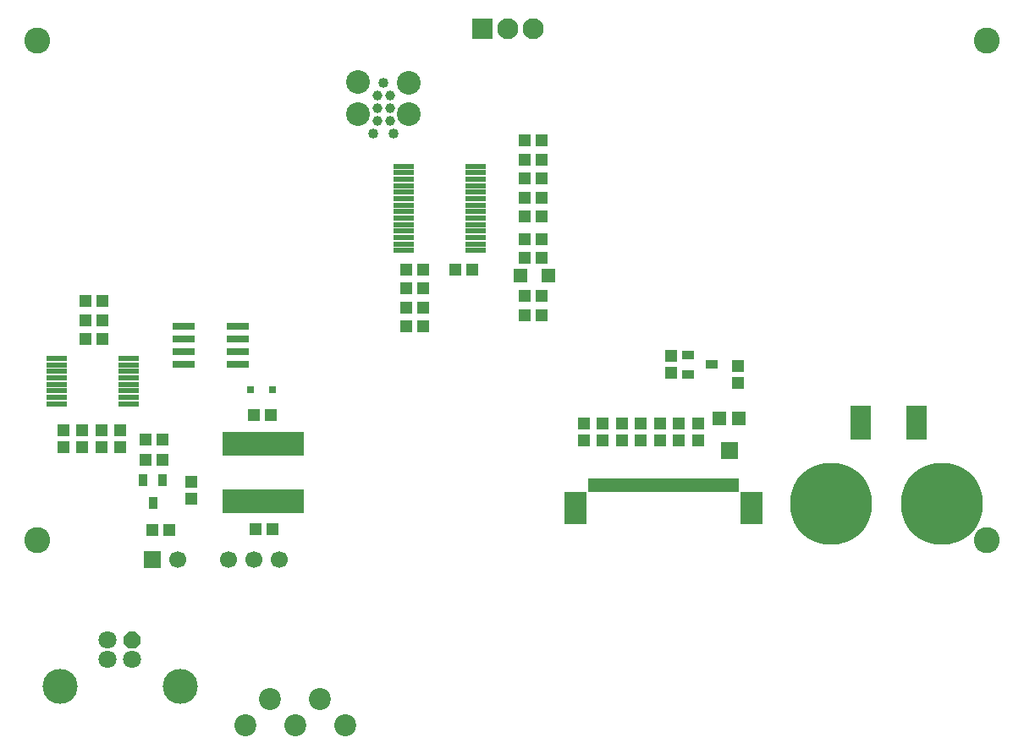
<source format=gts>
G04 DipTrace 2.3.1.0*
%INreloadpro_TopMask.gts*%
%MOIN*%
%ADD30R,0.0787X0.0236*%
%ADD51C,0.04*%
%ADD52C,0.0935*%
%ADD53C,0.1024*%
%ADD62C,0.0389*%
%ADD64R,0.0709X0.0669*%
%ADD66R,0.0551X0.0551*%
%ADD68C,0.0866*%
%ADD69C,0.0669*%
%ADD71R,0.0669X0.0669*%
%ADD73R,0.0866X0.126*%
%ADD75R,0.0197X0.0571*%
%ADD77R,0.0787X0.1339*%
%ADD79R,0.0492X0.0335*%
%ADD81C,0.0827*%
%ADD82R,0.0827X0.0827*%
%ADD83R,0.0335X0.0492*%
%ADD85R,0.3228X0.0945*%
%ADD87C,0.3228*%
%ADD89C,0.1378*%
%ADD91C,0.0709*%
%ADD93R,0.0866X0.0315*%
%ADD95R,0.0315X0.0315*%
%ADD97R,0.0512X0.0472*%
%ADD99R,0.0472X0.0512*%
%FSLAX44Y44*%
G04*
G70*
G90*
G75*
G01*
%LNTopMask*%
%LPD*%
D99*
X7437Y17437D3*
Y18106D3*
X6687Y17437D3*
Y18106D3*
D97*
X6812Y23187D3*
X7481D3*
X6812Y22437D3*
X7481D3*
X6812Y21687D3*
X7481D3*
D99*
X10965Y16083D3*
Y15414D3*
D97*
X9449Y14173D3*
X10118D3*
X14107Y18687D3*
X13437D3*
X19437Y24437D3*
X20106D3*
X19437Y23687D3*
X20106D3*
X19437Y22937D3*
X20106D3*
X19437Y22187D3*
X20106D3*
X14187Y14187D3*
X13518D3*
X22062Y24437D3*
X21393D3*
D99*
X26437Y17687D3*
Y18356D3*
X27187Y17687D3*
Y18356D3*
X27937Y17687D3*
Y18356D3*
X28687Y17687D3*
Y18356D3*
X29437Y17687D3*
Y18356D3*
X30187Y17687D3*
Y18356D3*
X30937Y17687D3*
Y18356D3*
D95*
X14187Y19687D3*
X13321D3*
D30*
X5687Y20937D3*
Y20681D3*
Y20425D3*
Y20169D3*
Y19913D3*
Y19657D3*
Y19402D3*
Y19146D3*
X8522D3*
Y19402D3*
Y19657D3*
Y19913D3*
Y20169D3*
Y20425D3*
Y20681D3*
Y20937D3*
D93*
X10687Y22187D3*
Y21687D3*
Y21187D3*
Y20687D3*
X12813D3*
Y21187D3*
Y21687D3*
Y22187D3*
G36*
X8798Y9512D2*
X8525D1*
X8331Y9706D1*
Y9979D1*
X8525Y10173D1*
X8798D1*
X8992Y9979D1*
Y9706D1*
X8798Y9512D1*
G37*
D91*
X7677Y9843D3*
Y9055D3*
X8661D3*
D89*
X5799Y7988D3*
X10539D3*
D87*
X36187Y15187D3*
X40562D3*
D85*
X13815Y15315D3*
Y17559D3*
D83*
X9843Y16142D3*
X9094D3*
X9469Y15236D3*
D82*
X22437Y33937D3*
D81*
X23437D3*
X24437D3*
D79*
X30562Y21062D3*
Y20314D3*
X31468Y20688D3*
D99*
X5937Y17437D3*
Y18106D3*
X8187Y17437D3*
Y18106D3*
D97*
X9843Y17717D3*
X9173D3*
X9843Y16929D3*
X9173D3*
D77*
X39539Y18414D3*
X37335D3*
D97*
X24772Y26522D3*
X24102D3*
Y25647D3*
X24772D3*
Y24897D3*
X24102D3*
X24772Y29522D3*
X24102D3*
X24772Y28022D3*
X24102D3*
D99*
X32522Y20647D3*
Y19977D3*
D97*
X24102Y22647D3*
X24772D3*
D30*
X22187Y25187D3*
Y25443D3*
Y25699D3*
Y25955D3*
Y26211D3*
Y26467D3*
Y26722D3*
Y26978D3*
Y27234D3*
Y27490D3*
Y27746D3*
Y28002D3*
Y28258D3*
Y28514D3*
X19352D3*
Y28258D3*
Y28002D3*
Y27746D3*
Y27490D3*
Y27234D3*
Y26978D3*
Y26722D3*
Y26467D3*
Y26211D3*
Y25955D3*
Y25699D3*
Y25443D3*
Y25187D3*
D75*
X32437Y15937D3*
X32240D3*
X32043D3*
X31846D3*
X31650D3*
X31453D3*
X31256D3*
X31059D3*
X30862D3*
X30665D3*
X30469D3*
X30272D3*
X30075D3*
X29878D3*
X29681D3*
X29484D3*
X29287D3*
X29091D3*
X28894D3*
X28697D3*
X28500D3*
X28303D3*
X28106D3*
X27909D3*
X27713D3*
X27516D3*
X27319D3*
X27122D3*
X26925D3*
X26728D3*
D73*
X33043Y15022D3*
X26122D3*
D71*
X9449Y12992D3*
D69*
X10449D3*
X12449D3*
X13449D3*
X14449D3*
D68*
X13101Y6474D3*
X14085Y7498D3*
X15070Y6474D3*
X16054Y7498D3*
X17038Y6474D3*
D66*
X32562Y18562D3*
D64*
X32168Y17294D3*
D66*
X31775Y18562D3*
D97*
X24102Y28772D3*
X24771D3*
X24102Y27272D3*
X24771D3*
X24772Y23397D3*
X24103D3*
D99*
X29897Y20352D3*
Y21022D3*
D66*
X23937Y24187D3*
X25039D3*
D62*
X18812Y31312D3*
Y30812D3*
Y30312D3*
X18312D3*
Y30812D3*
Y31312D3*
D51*
X18562Y31812D3*
X18962Y29812D3*
D52*
X19562Y31812D3*
X17562Y31817D3*
Y30567D3*
X19562D3*
D51*
X18162Y29812D3*
D53*
X4921Y13780D3*
Y33465D3*
X42323D3*
Y13780D3*
M02*

</source>
